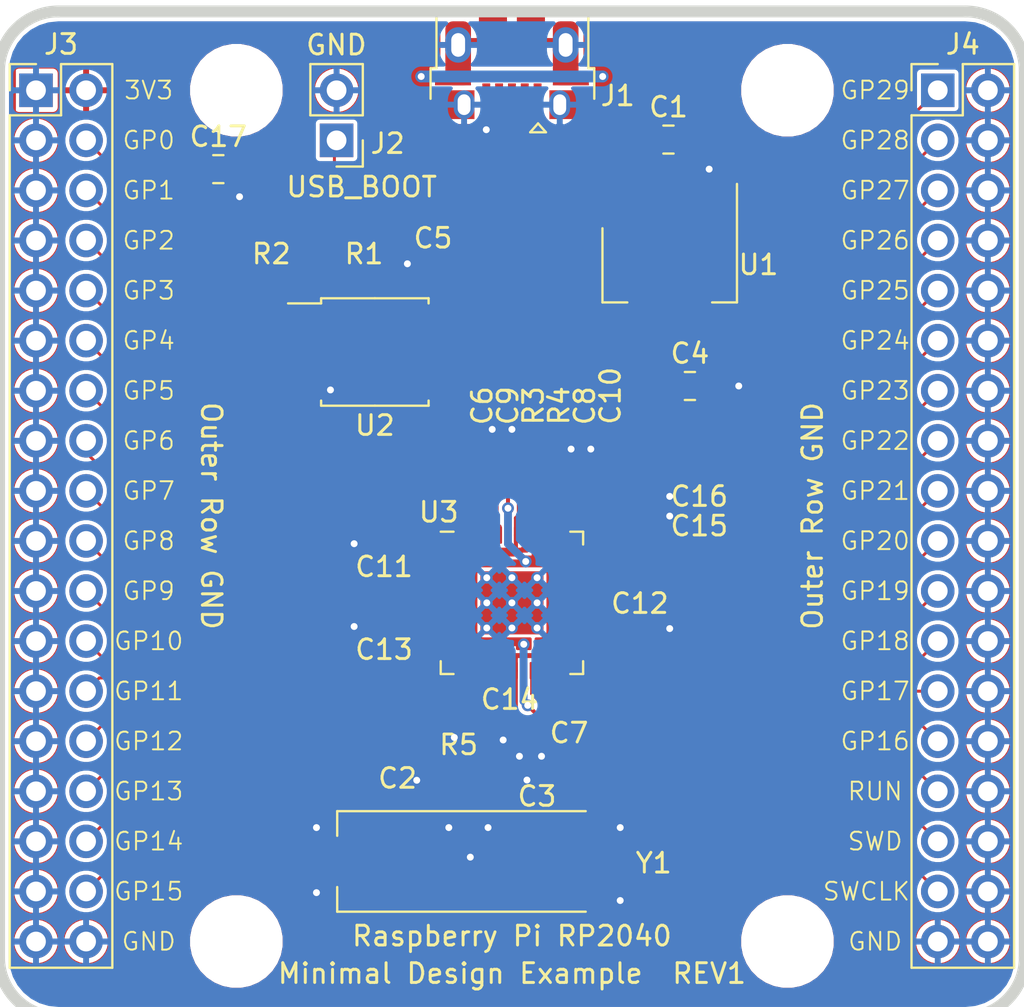
<source format=kicad_pcb>
(kicad_pcb (version 20171130) (host pcbnew "(5.1.6)-1")
  (title_block (title "RP2040 Minimal Design Example") (date 2020-07-13) (rev REV1) (company "Raspberry Pi (Trading) Ltd"))
  (layers (0 F.Cu signal) (31 B.Cu signal hide) (34 B.Paste user hide) (35 F.Paste user hide) (36 B.SilkS user hide) (37 F.SilkS user) (38 B.Mask user hide) (39 F.Mask user hide) (44 Edge.Cuts user hide))
  (net 0 "")
  (net 1 GND)
  (net 2 VBUS)
  (net 3 /XIN)
  (net 4 /XOUT)
  (net 5 +3V3)
  (net 6 +1V1)
  (net 7 "Net-(J1-Pad4)")
  (net 8 /~USB_BOOT)
  (net 9 /GPIO15)
  (net 10 /GPIO14)
  (net 11 /GPIO13)
  (net 12 /GPIO12)
  (net 13 /GPIO11)
  (net 14 /GPIO10)
  (net 15 /GPIO9)
  (net 16 /GPIO8)
  (net 17 /GPIO7)
  (net 18 /GPIO6)
  (net 19 /GPIO5)
  (net 20 /GPIO4)
  (net 21 /GPIO3)
  (net 22 /GPIO2)
  (net 23 /GPIO1)
  (net 24 /GPIO0)
  (net 25 /GPIO29_ADC3)
  (net 26 /GPIO28_ADC2)
  (net 27 /GPIO27_ADC1)
  (net 28 /GPIO26_ADC0)
  (net 29 /GPIO25)
  (net 30 /GPIO24)
  (net 31 /GPIO23)
  (net 32 /GPIO22)
  (net 33 /GPIO21)
  (net 34 /GPIO20)
  (net 35 /GPIO19)
  (net 36 /GPIO18)
  (net 37 /GPIO17)
  (net 38 /GPIO16)
  (net 39 /RUN)
  (net 40 /SWD)
  (net 41 /SWCLK)
  (net 42 /QSPI_SS)
  (net 43 "Net-(R3-Pad2)")
  (net 44 "Net-(R4-Pad2)")
  (net 45 /QSPI_SD3)
  (net 46 /QSPI_SCLK)
  (net 47 /QSPI_SD0)
  (net 48 /QSPI_SD2)
  (net 49 /QSPI_SD1)
  (net 50 /USB_D+)
  (net 51 /USB_D-)
  (net 52 "Net-(C3-Pad1)")
  (module Capacitor_SMD:C_0805_2012Metric (layer F.Cu) (at 85.115 78)
    (fp_text reference C17 (at 0 -1.65) (layer F.SilkS))
    (fp_text value 10u)
    (pad 2 smd roundrect (at 0.9375 0) (size 0.975 1.4) (layers F.Cu F.Paste F.Mask) (net 1 GND))
    (pad 1 smd roundrect (at -0.9375 0) (size 0.975 1.4) (layers F.Cu F.Paste F.Mask) (net 5 +3V3))
  )
  (module Capacitor_SMD:C_0805_2012Metric (layer F.Cu) (at 109.025 89)
    (fp_text reference C4 (at 0 -1.65) (layer F.SilkS))
    (fp_text value 10u)
    (pad 2 smd roundrect (at 0.9375 0) (size 0.975 1.4) (layers F.Cu F.Paste F.Mask) (net 1 GND))
    (pad 1 smd roundrect (at -0.9375 0) (size 0.975 1.4) (layers F.Cu F.Paste F.Mask) (net 5 +3V3))
  )
  (module RP2040_minimal:Crystal_SMD_HC49-US (layer F.Cu) (at 97.841 113.116)
    (fp_text reference Y1 (at 9.349 0.084) (layer F.SilkS))
    (fp_text value ABLS-12.000MHZ-B4-T)
    (pad 1 smd rect (at -4.5 0) (size 5.6 2.1) (layers F.Cu F.Paste F.Mask) (net 3 /XIN))
    (pad 2 smd rect (at 4.5 0) (size 5.6 2.1) (layers F.Cu F.Paste F.Mask) (net 52 "Net-(C3-Pad1)"))
  )
  (module RP2040_minimal:RP2040-QFN-56 (layer F.Cu) (at 100 100)
    (fp_text reference U3 (at -3.71 -4.6) (layer F.SilkS))
    (fp_text value RP2040)
    (pad 56 smd roundrect (at -2.6 -3.4375) (size 0.2 0.875) (layers F.Cu F.Paste F.Mask) (net 42 /QSPI_SS))
    (pad 55 smd roundrect (at -2.2 -3.4375) (size 0.2 0.875) (layers F.Cu F.Paste F.Mask) (net 49 /QSPI_SD1))
    (pad 54 smd roundrect (at -1.8 -3.4375) (size 0.2 0.875) (layers F.Cu F.Paste F.Mask) (net 48 /QSPI_SD2))
    (pad 53 smd roundrect (at -1.4 -3.4375) (size 0.2 0.875) (layers F.Cu F.Paste F.Mask) (net 47 /QSPI_SD0))
    (pad 52 smd roundrect (at -1 -3.4375) (size 0.2 0.875) (layers F.Cu F.Paste F.Mask) (net 46 /QSPI_SCLK))
    (pad 51 smd roundrect (at -0.6 -3.4375) (size 0.2 0.875) (layers F.Cu F.Paste F.Mask) (net 45 /QSPI_SD3))
    (pad 50 smd roundrect (at -0.2 -3.4375) (size 0.2 0.875) (layers F.Cu F.Paste F.Mask) (net 6 +1V1))
    (pad 49 smd roundrect (at 0.2 -3.4375) (size 0.2 0.875) (layers F.Cu F.Paste F.Mask) (net 5 +3V3))
    (pad 48 smd roundrect (at 0.6 -3.4375) (size 0.2 0.875) (layers F.Cu F.Paste F.Mask) (net 5 +3V3))
    (pad 47 smd roundrect (at 1 -3.4375) (size 0.2 0.875) (layers F.Cu F.Paste F.Mask) (net 43 "Net-(R3-Pad2)"))
    (pad 46 smd roundrect (at 1.4 -3.4375) (size 0.2 0.875) (layers F.Cu F.Paste F.Mask) (net 44 "Net-(R4-Pad2)"))
    (pad 45 smd roundrect (at 1.8 -3.4375) (size 0.2 0.875) (layers F.Cu F.Paste F.Mask) (net 6 +1V1))
    (pad 44 smd roundrect (at 2.2 -3.4375) (size 0.2 0.875) (layers F.Cu F.Paste F.Mask) (net 5 +3V3))
    (pad 43 smd roundrect (at 2.6 -3.4375) (size 0.2 0.875) (layers F.Cu F.Paste F.Mask) (net 5 +3V3))
    (pad 42 smd roundrect (at 3.4375 -2.6) (size 0.875 0.2) (layers F.Cu F.Paste F.Mask) (net 5 +3V3))
    (pad 41 smd roundrect (at 3.4375 -2.2) (size 0.875 0.2) (layers F.Cu F.Paste F.Mask) (net 25 /GPIO29_ADC3))
    (pad 40 smd roundrect (at 3.4375 -1.8) (size 0.875 0.2) (layers F.Cu F.Paste F.Mask) (net 26 /GPIO28_ADC2))
    (pad 39 smd roundrect (at 3.4375 -1.4) (size 0.875 0.2) (layers F.Cu F.Paste F.Mask) (net 27 /GPIO27_ADC1))
    (pad 38 smd roundrect (at 3.4375 -1) (size 0.875 0.2) (layers F.Cu F.Paste F.Mask) (net 28 /GPIO26_ADC0))
    (pad 37 smd roundrect (at 3.4375 -0.6) (size 0.875 0.2) (layers F.Cu F.Paste F.Mask) (net 29 /GPIO25))
    (pad 36 smd roundrect (at 3.4375 -0.2) (size 0.875 0.2) (layers F.Cu F.Paste F.Mask) (net 30 /GPIO24))
    (pad 35 smd roundrect (at 3.4375 0.2) (size 0.875 0.2) (layers F.Cu F.Paste F.Mask) (net 31 /GPIO23))
    (pad 34 smd roundrect (at 3.4375 0.6) (size 0.875 0.2) (layers F.Cu F.Paste F.Mask) (net 32 /GPIO22))
    (pad 33 smd roundrect (at 3.4375 1) (size 0.875 0.2) (layers F.Cu F.Paste F.Mask) (net 5 +3V3))
    (pad 32 smd roundrect (at 3.4375 1.4) (size 0.875 0.2) (layers F.Cu F.Paste F.Mask) (net 33 /GPIO21))
    (pad 31 smd roundrect (at 3.4375 1.8) (size 0.875 0.2) (layers F.Cu F.Paste F.Mask) (net 34 /GPIO20))
    (pad 30 smd roundrect (at 3.4375 2.2) (size 0.875 0.2) (layers F.Cu F.Paste F.Mask) (net 35 /GPIO19))
    (pad 29 smd roundrect (at 3.4375 2.6) (size 0.875 0.2) (layers F.Cu F.Paste F.Mask) (net 36 /GPIO18))
    (pad 28 smd roundrect (at 2.6 3.4375) (size 0.2 0.875) (layers F.Cu F.Paste F.Mask) (net 37 /GPIO17))
    (pad 27 smd roundrect (at 2.2 3.4375) (size 0.2 0.875) (layers F.Cu F.Paste F.Mask) (net 38 /GPIO16))
    (pad 26 smd roundrect (at 1.8 3.4375) (size 0.2 0.875) (layers F.Cu F.Paste F.Mask) (net 39 /RUN))
    (pad 25 smd roundrect (at 1.4 3.4375) (size 0.2 0.875) (layers F.Cu F.Paste F.Mask) (net 40 /SWD))
    (pad 24 smd roundrect (at 1 3.4375) (size 0.2 0.875) (layers F.Cu F.Paste F.Mask) (net 41 /SWCLK))
    (pad 23 smd roundrect (at 0.6 3.4375) (size 0.2 0.875) (layers F.Cu F.Paste F.Mask) (net 6 +1V1))
    (pad 22 smd roundrect (at 0.2 3.4375) (size 0.2 0.875) (layers F.Cu F.Paste F.Mask) (net 5 +3V3))
    (pad 21 smd roundrect (at -0.2 3.4375) (size 0.2 0.875) (layers F.Cu F.Paste F.Mask) (net 4 /XOUT))
    (pad 20 smd roundrect (at -0.6 3.4375) (size 0.2 0.875) (layers F.Cu F.Paste F.Mask) (net 3 /XIN))
    (pad 19 smd roundrect (at -1 3.4375) (size 0.2 0.875) (layers F.Cu F.Paste F.Mask) (net 1 GND))
    (pad 18 smd roundrect (at -1.4 3.4375) (size 0.2 0.875) (layers F.Cu F.Paste F.Mask) (net 9 /GPIO15))
    (pad 17 smd roundrect (at -1.8 3.4375) (size 0.2 0.875) (layers F.Cu F.Paste F.Mask) (net 10 /GPIO14))
    (pad 16 smd roundrect (at -2.2 3.4375) (size 0.2 0.875) (layers F.Cu F.Paste F.Mask) (net 11 /GPIO13))
    (pad 15 smd roundrect (at -2.6 3.4375) (size 0.2 0.875) (layers F.Cu F.Paste F.Mask) (net 12 /GPIO12))
    (pad 14 smd roundrect (at -3.4375 2.6) (size 0.875 0.2) (layers F.Cu F.Paste F.Mask) (net 13 /GPIO11))
    (pad 13 smd roundrect (at -3.4375 2.2) (size 0.875 0.2) (layers F.Cu F.Paste F.Mask) (net 14 /GPIO10))
    (pad 12 smd roundrect (at -3.4375 1.8) (size 0.875 0.2) (layers F.Cu F.Paste F.Mask) (net 15 /GPIO9))
    (pad 11 smd roundrect (at -3.4375 1.4) (size 0.875 0.2) (layers F.Cu F.Paste F.Mask) (net 16 /GPIO8))
    (pad 10 smd roundrect (at -3.4375 1) (size 0.875 0.2) (layers F.Cu F.Paste F.Mask) (net 5 +3V3))
    (pad 9 smd roundrect (at -3.4375 0.6) (size 0.875 0.2) (layers F.Cu F.Paste F.Mask) (net 17 /GPIO7))
    (pad 8 smd roundrect (at -3.4375 0.2) (size 0.875 0.2) (layers F.Cu F.Paste F.Mask) (net 18 /GPIO6))
    (pad 7 smd roundrect (at -3.4375 -0.2) (size 0.875 0.2) (layers F.Cu F.Paste F.Mask) (net 19 /GPIO5))
    (pad 6 smd roundrect (at -3.4375 -0.6) (size 0.875 0.2) (layers F.Cu F.Paste F.Mask) (net 20 /GPIO4))
    (pad 5 smd roundrect (at -3.4375 -1) (size 0.875 0.2) (layers F.Cu F.Paste F.Mask) (net 21 /GPIO3))
    (pad 4 smd roundrect (at -3.4375 -1.4) (size 0.875 0.2) (layers F.Cu F.Paste F.Mask) (net 22 /GPIO2))
    (pad 3 smd roundrect (at -3.4375 -1.8) (size 0.875 0.2) (layers F.Cu F.Paste F.Mask) (net 23 /GPIO1))
    (pad 2 smd roundrect (at -3.4375 -2.2) (size 0.875 0.2) (layers F.Cu F.Paste F.Mask) (net 24 /GPIO0))
    (pad 1 smd roundrect (at -3.4375 -2.6) (size 0.875 0.2) (layers F.Cu F.Paste F.Mask) (net 5 +3V3))
    (pad 57 thru_hole circle (at 1.275 1.275) (size 0.6 0.6) (drill 0.35) (layers *.Cu) (net 1 GND))
    (pad 57 thru_hole circle (at 0 1.275) (size 0.6 0.6) (drill 0.35) (layers *.Cu) (net 1 GND))
    (pad 57 thru_hole circle (at -1.275 1.275) (size 0.6 0.6) (drill 0.35) (layers *.Cu) (net 1 GND))
    (pad 57 thru_hole circle (at 1.275 0) (size 0.6 0.6) (drill 0.35) (layers *.Cu) (net 1 GND))
    (pad 57 thru_hole circle (at 0 0) (size 0.6 0.6) (drill 0.35) (layers *.Cu) (net 1 GND))
    (pad 57 thru_hole circle (at -1.275 0) (size 0.6 0.6) (drill 0.35) (layers *.Cu) (net 1 GND))
    (pad 57 thru_hole circle (at 1.275 -1.275) (size 0.6 0.6) (drill 0.35) (layers *.Cu) (net 1 GND))
    (pad 57 thru_hole circle (at 0 -1.275) (size 0.6 0.6) (drill 0.35) (layers *.Cu) (net 1 GND))
    (pad 57 thru_hole circle (at -1.275 -1.275) (size 0.6 0.6) (drill 0.35) (layers *.Cu) (net 1 GND))
    (pad 57 smd roundrect (at 0 0) (size 3.2 3.2) (layers F.Cu F.Mask) (roundrect_rratio 0.045) (net 1 GND))
  )
  (module RP2040_minimal:USB_Micro-B_Amphenol_10103594-0001LF_Horizontal_modified (layer F.Cu) (at 100 71.7 180)
    (fp_text reference J1 (at -5.365 -2.58 180) (layer F.SilkS))
    (fp_text value USB_B_Micro)
    (pad 6 thru_hole oval (at 2.425 -3.03 270) (size 1.45 1.05) (drill oval 1.05 0.65) (layers *.Cu *.Mask) (net 1 GND))
    (pad 6 smd rect (at 2.9875 -1.7 180) (size 1.825 0.7) (layers F.Cu F.Paste F.Mask) (net 1 GND))
    (pad 6 smd roundrect (at 2.725 -0.425 180) (size 1.3 3.25) (layers F.Cu F.Paste F.Mask) (roundrect_rratio 0.296) (net 1 GND))
    (pad 6 smd roundrect (at -2.725 -0.425 180) (size 1.3 3.25) (layers F.Cu F.Paste F.Mask) (roundrect_rratio 0.296) (net 1 GND))
    (pad 6 smd rect (at -2.9875 -1.7 180) (size 1.825 0.7) (layers F.Cu F.Paste F.Mask) (net 1 GND))
    (pad 6 smd rect (at -2.9 -3.03 180) (size 2 1.46) (layers F.Cu F.Paste F.Mask) (net 1 GND))
    (pad 6 smd rect (at 2.9 -3.03 180) (size 2 1.46) (layers F.Cu F.Paste F.Mask) (net 1 GND))
    (pad 1 smd rect (at -1.3 -2.825 270) (size 1.75 0.4) (layers F.Cu F.Paste F.Mask) (net 2 VBUS))
    (pad 2 smd rect (at -0.65 -2.825 270) (size 1.75 0.4) (layers F.Cu F.Paste F.Mask) (net 51 /USB_D-))
    (pad 3 smd rect (at 0 -2.825 270) (size 1.75 0.4) (layers F.Cu F.Paste F.Mask) (net 50 /USB_D+))
    (pad 4 smd rect (at 0.65 -2.825 270) (size 1.75 0.4) (layers F.Cu F.Paste F.Mask) (net 7 "Net-(J1-Pad4)"))
    (pad 5 smd rect (at 1.3 -2.825 270) (size 1.75 0.4) (layers F.Cu F.Paste F.Mask) (net 1 GND))
    (pad 6 thru_hole oval (at -2.425 -3.03 270) (size 1.45 1.05) (drill oval 1.05 0.65) (layers *.Cu *.Mask) (net 1 GND))
    (pad 6 thru_hole oval (at -2.725 0 270) (size 1.8 1.3) (drill oval 1.2 0.7) (layers *.Cu *.Mask) (net 1 GND))
    (pad 6 thru_hole oval (at 2.725 0 270) (size 1.8 1.3) (drill oval 1.2 0.7) (layers *.Cu *.Mask) (net 1 GND))
    (pad 6 smd rect (at -0.9625 0.25 270) (size 2.5 1.425) (layers F.Cu F.Paste F.Mask) (net 1 GND))
    (pad 6 smd rect (at 0.9625 0.25 270) (size 2.5 1.425) (layers F.Cu F.Paste F.Mask) (net 1 GND))
  )
  (module Capacitor_SMD:C_0402_1005Metric (layer F.Cu) (at 98.7 107.115 270)
    (fp_text reference R5 (at 0.085 1.4 180) (layer F.SilkS))
    (fp_text value 1k)
    (pad 2 smd roundrect (at 0.485 0 270) (size 0.59 0.64) (layers F.Cu F.Paste F.Mask) (net 52 "Net-(C3-Pad1)"))
    (pad 1 smd roundrect (at -0.485 0 270) (size 0.59 0.64) (layers F.Cu F.Paste F.Mask) (net 4 /XOUT))
  )
  (module MountingHole:MountingHole_2.7mm_M2.5 (layer F.Cu) (at 86.03 117.18)
    (fp_text reference H4 hide)
    (fp_text value MountingHole)
    (pad "" np_thru_hole circle (at 0 0) (size 2.7 2.7) (drill 2.7) (layers *.Cu *.Mask) (clearance 1))
  )
  (module MountingHole:MountingHole_2.7mm_M2.5 (layer F.Cu) (at 113.97 117.18)
    (fp_text reference H3 hide)
    (fp_text value MountingHole)
    (pad "" np_thru_hole circle (at 0 0) (size 2.7 2.7) (drill 2.7) (layers *.Cu *.Mask) (clearance 1))
  )
  (module MountingHole:MountingHole_2.7mm_M2.5 (layer F.Cu) (at 113.97 74)
    (fp_text reference H2 hide)
    (fp_text value MountingHole)
    (pad "" np_thru_hole circle (at 0 0) (size 2.7 2.7) (drill 2.7) (layers *.Cu *.Mask) (clearance 1))
  )
  (module MountingHole:MountingHole_2.7mm_M2.5 (layer F.Cu) (at 86.03 74)
    (fp_text reference H1 hide)
    (fp_text value MountingHole)
    (pad "" np_thru_hole circle (at 0 0) (size 2.7 2.7) (drill 2.7) (layers *.Cu *.Mask) (clearance 1))
  )
  (module Capacitor_SMD:C_0402_1005Metric (layer F.Cu) (at 102 93.515 270)
    (fp_text reference R4 (at -3.515 -0.39 90) (layer F.SilkS))
    (fp_text value 27)
    (pad 2 smd roundrect (at 0.485 0 270) (size 0.59 0.64) (layers F.Cu F.Paste F.Mask) (net 44 "Net-(R4-Pad2)"))
    (pad 1 smd roundrect (at -0.485 0 270) (size 0.59 0.64) (layers F.Cu F.Paste F.Mask) (net 51 /USB_D-))
  )
  (module Capacitor_SMD:C_0402_1005Metric (layer F.Cu) (at 101 93.515 270)
    (fp_text reference R3 (at -3.515 -0.09 90) (layer F.SilkS))
    (fp_text value 27)
    (pad 2 smd roundrect (at 0.485 0 270) (size 0.59 0.64) (layers F.Cu F.Paste F.Mask) (net 43 "Net-(R3-Pad2)"))
    (pad 1 smd roundrect (at -0.485 0 270) (size 0.59 0.64) (layers F.Cu F.Paste F.Mask) (net 50 /USB_D+))
  )
  (module Capacitor_SMD:C_0402_1005Metric (layer F.Cu) (at 89.5 82.315 270)
    (fp_text reference R2 (at -0.015 1.7 180) (layer F.SilkS))
    (fp_text value DNF)
    (pad 2 smd roundrect (at 0.485 0 270) (size 0.59 0.64) (layers F.Cu F.Paste F.Mask) (net 42 /QSPI_SS))
    (pad 1 smd roundrect (at -0.485 0 270) (size 0.59 0.64) (layers F.Cu F.Paste F.Mask) (net 5 +3V3))
  )
  (module Capacitor_SMD:C_0402_1005Metric (layer F.Cu) (at 91 82.315 90)
    (fp_text reference R1 (at 0.015 1.5 180) (layer F.SilkS))
    (fp_text value 1k)
    (pad 2 smd roundrect (at 0.485 0 90) (size 0.59 0.64) (layers F.Cu F.Paste F.Mask) (net 8 /~USB_BOOT))
    (pad 1 smd roundrect (at -0.485 0 90) (size 0.59 0.64) (layers F.Cu F.Paste F.Mask) (net 42 /QSPI_SS))
  )
  (module Capacitor_SMD:C_0402_1005Metric (layer F.Cu) (at 106.485 94.6)
    (fp_text reference C16 (at 3.015 0) (layer F.SilkS))
    (fp_text value 100n)
    (pad 2 smd roundrect (at 0.485 0) (size 0.59 0.64) (layers F.Cu F.Paste F.Mask) (net 1 GND))
    (pad 1 smd roundrect (at -0.485 0) (size 0.59 0.64) (layers F.Cu F.Paste F.Mask) (net 5 +3V3))
  )
  (module Capacitor_SMD:C_0402_1005Metric (layer F.Cu) (at 106.485 96)
    (fp_text reference C15 (at 3.015 0.1) (layer F.SilkS))
    (fp_text value 100n)
    (pad 2 smd roundrect (at 0.485 0) (size 0.59 0.64) (layers F.Cu F.Paste F.Mask) (net 1 GND))
    (pad 1 smd roundrect (at -0.485 0) (size 0.59 0.64) (layers F.Cu F.Paste F.Mask) (net 5 +3V3))
  )
  (module Capacitor_SMD:C_0402_1005Metric (layer F.Cu) (at 100.381 106.485 270)
    (fp_text reference C14 (at -1.585 0.5 180) (layer F.SilkS))
    (fp_text value 100n)
    (pad 2 smd roundrect (at 0.485 0 270) (size 0.59 0.64) (layers F.Cu F.Paste F.Mask) (net 1 GND))
    (pad 1 smd roundrect (at -0.485 0 270) (size 0.59 0.64) (layers F.Cu F.Paste F.Mask) (net 5 +3V3))
  )
  (module Capacitor_SMD:C_0402_1005Metric (layer F.Cu) (at 93.515 101.2 180)
    (fp_text reference C13 (at 0 -1.17) (layer F.SilkS))
    (fp_text value 100n)
    (pad 2 smd roundrect (at 0.485 0 180) (size 0.59 0.64) (layers F.Cu F.Paste F.Mask) (net 1 GND))
    (pad 1 smd roundrect (at -0.485 0 180) (size 0.59 0.64) (layers F.Cu F.Paste F.Mask) (net 5 +3V3))
  )
  (module Capacitor_SMD:C_0402_1005Metric (layer F.Cu) (at 106.485 101.2)
    (fp_text reference C12 (at 0 -1.17) (layer F.SilkS))
    (fp_text value 100n)
    (pad 2 smd roundrect (at 0.485 0) (size 0.59 0.64) (layers F.Cu F.Paste F.Mask) (net 1 GND))
    (pad 1 smd roundrect (at -0.485 0) (size 0.59 0.64) (layers F.Cu F.Paste F.Mask) (net 5 +3V3))
  )
  (module Capacitor_SMD:C_0402_1005Metric (layer F.Cu) (at 93.515 97 180)
    (fp_text reference C11 (at 0 -1.17) (layer F.SilkS))
    (fp_text value 100n)
    (pad 2 smd roundrect (at 0.485 0 180) (size 0.59 0.64) (layers F.Cu F.Paste F.Mask) (net 1 GND))
    (pad 1 smd roundrect (at -0.485 0 180) (size 0.59 0.64) (layers F.Cu F.Paste F.Mask) (net 5 +3V3))
  )
  (module Capacitor_SMD:C_0402_1005Metric (layer F.Cu) (at 104 93.515 90)
    (fp_text reference C10 (at 4.015 0.99 90) (layer F.SilkS))
    (fp_text value 1u)
    (pad 2 smd roundrect (at 0.485 0 90) (size 0.59 0.64) (layers F.Cu F.Paste F.Mask) (net 1 GND))
    (pad 1 smd roundrect (at -0.485 0 90) (size 0.59 0.64) (layers F.Cu F.Paste F.Mask) (net 5 +3V3))
  )
  (module Capacitor_SMD:C_0402_1005Metric (layer F.Cu) (at 100 92.515 90)
    (fp_text reference C9 (at 2.515 -0.2 270) (layer F.SilkS))
    (fp_text value 100n)
    (pad 2 smd roundrect (at 0.485 0 90) (size 0.59 0.64) (layers F.Cu F.Paste F.Mask) (net 1 GND))
    (pad 1 smd roundrect (at -0.485 0 90) (size 0.59 0.64) (layers F.Cu F.Paste F.Mask) (net 5 +3V3))
  )
  (module Capacitor_SMD:C_0402_1005Metric (layer F.Cu) (at 103 93.515 90)
    (fp_text reference C8 (at 3.515 0.69 90) (layer F.SilkS))
    (fp_text value 1u)
    (pad 2 smd roundrect (at 0.485 0 90) (size 0.59 0.64) (layers F.Cu F.Paste F.Mask) (net 1 GND))
    (pad 1 smd roundrect (at -0.485 0 90) (size 0.59 0.64) (layers F.Cu F.Paste F.Mask) (net 6 +1V1))
  )
  (module Capacitor_SMD:C_0402_1005Metric (layer F.Cu) (at 101.5 106.485 270)
    (fp_text reference C7 (at 0.115 -1.4 180) (layer F.SilkS))
    (fp_text value 100n)
    (pad 2 smd roundrect (at 0.485 0 270) (size 0.59 0.64) (layers F.Cu F.Paste F.Mask) (net 1 GND))
    (pad 1 smd roundrect (at -0.485 0 270) (size 0.59 0.64) (layers F.Cu F.Paste F.Mask) (net 6 +1V1))
  )
  (module Capacitor_SMD:C_0402_1005Metric (layer F.Cu) (at 99 92.515 90)
    (fp_text reference C6 (at 2.515 -0.51 90) (layer F.SilkS))
    (fp_text value 100n)
    (pad 2 smd roundrect (at 0.485 0 90) (size 0.59 0.64) (layers F.Cu F.Paste F.Mask) (net 1 GND))
    (pad 1 smd roundrect (at -0.485 0 90) (size 0.59 0.64) (layers F.Cu F.Paste F.Mask) (net 6 +1V1))
  )
  (module Capacitor_SMD:C_0402_1005Metric (layer F.Cu) (at 96.185 82.83 180)
    (fp_text reference C5 (at 0.185 1.33) (layer F.SilkS))
    (fp_text value 100n)
    (pad 2 smd roundrect (at 0.485 0 180) (size 0.59 0.64) (layers F.Cu F.Paste F.Mask) (net 1 GND))
    (pad 1 smd roundrect (at -0.485 0 180) (size 0.59 0.64) (layers F.Cu F.Paste F.Mask) (net 5 +3V3))
  )
  (module Capacitor_SMD:C_0402_1005Metric (layer F.Cu) (at 99.485 109)
    (fp_text reference C3 (at 1.785 0.814) (layer F.SilkS))
    (fp_text value 27p)
    (pad 2 smd roundrect (at 0.485 0) (size 0.59 0.64) (layers F.Cu F.Paste F.Mask) (net 1 GND))
    (pad 1 smd roundrect (at -0.485 0) (size 0.59 0.64) (layers F.Cu F.Paste F.Mask) (net 52 "Net-(C3-Pad1)"))
  )
  (module Capacitor_SMD:C_0402_1005Metric (layer F.Cu) (at 96.515 109 180)
    (fp_text reference C2 (at 2.315 0.1) (layer F.SilkS))
    (fp_text value 27p)
    (pad 2 smd roundrect (at 0.485 0 180) (size 0.59 0.64) (layers F.Cu F.Paste F.Mask) (net 1 GND))
    (pad 1 smd roundrect (at -0.485 0 180) (size 0.59 0.64) (layers F.Cu F.Paste F.Mask) (net 3 /XIN))
  )
  (module Capacitor_SMD:C_0805_2012Metric (layer F.Cu) (at 107.9375 76.5)
    (fp_text reference C1 (at 0 -1.65) (layer F.SilkS))
    (fp_text value 10u)
    (pad 2 smd roundrect (at 0.9375 0) (size 0.975 1.4) (layers F.Cu F.Paste F.Mask) (net 1 GND))
    (pad 1 smd roundrect (at -0.9375 0) (size 0.975 1.4) (layers F.Cu F.Paste F.Mask) (net 2 VBUS))
  )
  (module Package_SO:SOIC-8_5.23x5.23mm_P1.27mm (layer F.Cu) (at 93.05 87.275)
    (fp_text reference U2 (at 0 3.725) (layer F.SilkS))
    (fp_text value W25Q128JVS)
    (pad 8 smd roundrect (at 3.6 -1.905) (size 1.6 0.6) (layers F.Cu F.Paste F.Mask) (net 5 +3V3))
    (pad 7 smd roundrect (at 3.6 -0.635) (size 1.6 0.6) (layers F.Cu F.Paste F.Mask) (net 45 /QSPI_SD3))
    (pad 6 smd roundrect (at 3.6 0.635) (size 1.6 0.6) (layers F.Cu F.Paste F.Mask) (net 46 /QSPI_SCLK))
    (pad 5 smd roundrect (at 3.6 1.905) (size 1.6 0.6) (layers F.Cu F.Paste F.Mask) (net 47 /QSPI_SD0))
    (pad 4 smd roundrect (at -3.6 1.905) (size 1.6 0.6) (layers F.Cu F.Paste F.Mask) (net 1 GND))
    (pad 3 smd roundrect (at -3.6 0.635) (size 1.6 0.6) (layers F.Cu F.Paste F.Mask) (net 48 /QSPI_SD2))
    (pad 2 smd roundrect (at -3.6 -0.635) (size 1.6 0.6) (layers F.Cu F.Paste F.Mask) (net 49 /QSPI_SD1))
    (pad 1 smd roundrect (at -3.6 -1.905) (size 1.6 0.6) (layers F.Cu F.Paste F.Mask) (net 42 /QSPI_SS))
  )
  (module Package_TO_SOT_SMD:SOT-223-3_TabPin2 (layer F.Cu) (at 108 82.85 270)
    (fp_text reference U1 (at 0 -4.5 180) (layer F.SilkS))
    (fp_text value NCP1117-3.3_SOT223)
    (pad 1 smd rect (at -3.15 -2.3 270) (size 2 1.5) (layers F.Cu F.Paste F.Mask) (net 1 GND))
    (pad 3 smd rect (at -3.15 2.3 270) (size 2 1.5) (layers F.Cu F.Paste F.Mask) (net 2 VBUS))
    (pad 2 smd rect (at -3.15 0 270) (size 2 1.5) (layers F.Cu F.Paste F.Mask) (net 5 +3V3))
    (pad 2 smd rect (at 3.15 0 270) (size 2 3.8) (layers F.Cu F.Paste F.Mask) (net 5 +3V3))
  )
  (module Connector_PinHeader_2.54mm:PinHeader_2x18_P2.54mm_Vertical (layer F.Cu) (at 121.59 74)
    (fp_text reference J4 (at 1.27 -2.33) (layer F.SilkS))
    (fp_text value Conn_02x18_Odd_Even)
    (pad 36 thru_hole oval (at 2.54 43.18) (size 1.7 1.7) (drill 1) (layers *.Cu *.Mask) (net 1 GND))
    (pad 35 thru_hole oval (at 0 43.18) (size 1.7 1.7) (drill 1) (layers *.Cu *.Mask) (net 1 GND))
    (pad 34 thru_hole oval (at 2.54 40.64) (size 1.7 1.7) (drill 1) (layers *.Cu *.Mask) (net 1 GND))
    (pad 33 thru_hole oval (at 0 40.64) (size 1.7 1.7) (drill 1) (layers *.Cu *.Mask) (net 41 /SWCLK))
    (pad 32 thru_hole oval (at 2.54 38.1) (size 1.7 1.7) (drill 1) (layers *.Cu *.Mask) (net 1 GND))
    (pad 31 thru_hole oval (at 0 38.1) (size 1.7 1.7) (drill 1) (layers *.Cu *.Mask) (net 40 /SWD))
    (pad 30 thru_hole oval (at 2.54 35.56) (size 1.7 1.7) (drill 1) (layers *.Cu *.Mask) (net 1 GND))
    (pad 29 thru_hole oval (at 0 35.56) (size 1.7 1.7) (drill 1) (layers *.Cu *.Mask) (net 39 /RUN))
    (pad 28 thru_hole oval (at 2.54 33.02) (size 1.7 1.7) (drill 1) (layers *.Cu *.Mask) (net 1 GND))
    (pad 27 thru_hole oval (at 0 33.02) (size 1.7 1.7) (drill 1) (layers *.Cu *.Mask) (net 38 /GPIO16))
    (pad 26 thru_hole oval (at 2.54 30.48) (size 1.7 1.7) (drill 1) (layers *.Cu *.Mask) (net 1 GND))
    (pad 25 thru_hole oval (at 0 30.48) (size 1.7 1.7) (drill 1) (layers *.Cu *.Mask) (net 37 /GPIO17))
    (pad 24 thru_hole oval (at 2.54 27.94) (size 1.7 1.7) (drill 1) (layers *.Cu *.Mask) (net 1 GND))
    (pad 23 thru_hole oval (at 0 27.94) (size 1.7 1.7) (drill 1) (layers *.Cu *.Mask) (net 36 /GPIO18))
    (pad 22 thru_hole oval (at 2.54 25.4) (size 1.7 1.7) (drill 1) (layers *.Cu *.Mask) (net 1 GND))
    (pad 21 thru_hole oval (at 0 25.4) (size 1.7 1.7) (drill 1) (layers *.Cu *.Mask) (net 35 /GPIO19))
    (pad 20 thru_hole oval (at 2.54 22.86) (size 1.7 1.7) (drill 1) (layers *.Cu *.Mask) (net 1 GND))
    (pad 19 thru_hole oval (at 0 22.86) (size 1.7 1.7) (drill 1) (layers *.Cu *.Mask) (net 34 /GPIO20))
    (pad 18 thru_hole oval (at 2.54 20.32) (size 1.7 1.7) (drill 1) (layers *.Cu *.Mask) (net 1 GND))
    (pad 17 thru_hole oval (at 0 20.32) (size 1.7 1.7) (drill 1) (layers *.Cu *.Mask) (net 33 /GPIO21))
    (pad 16 thru_hole oval (at 2.54 17.78) (size 1.7 1.7) (drill 1) (layers *.Cu *.Mask) (net 1 GND))
    (pad 15 thru_hole oval (at 0 17.78) (size 1.7 1.7) (drill 1) (layers *.Cu *.Mask) (net 32 /GPIO22))
    (pad 14 thru_hole oval (at 2.54 15.24) (size 1.7 1.7) (drill 1) (layers *.Cu *.Mask) (net 1 GND))
    (pad 13 thru_hole oval (at 0 15.24) (size 1.7 1.7) (drill 1) (layers *.Cu *.Mask) (net 31 /GPIO23))
    (pad 12 thru_hole oval (at 2.54 12.7) (size 1.7 1.7) (drill 1) (layers *.Cu *.Mask) (net 1 GND))
    (pad 11 thru_hole oval (at 0 12.7) (size 1.7 1.7) (drill 1) (layers *.Cu *.Mask) (net 30 /GPIO24))
    (pad 10 thru_hole oval (at 2.54 10.16) (size 1.7 1.7) (drill 1) (layers *.Cu *.Mask) (net 1 GND))
    (pad 9 thru_hole oval (at 0 10.16) (size 1.7 1.7) (drill 1) (layers *.Cu *.Mask) (net 29 /GPIO25))
    (pad 8 thru_hole oval (at 2.54 7.62) (size 1.7 1.7) (drill 1) (layers *.Cu *.Mask) (net 1 GND))
    (pad 7 thru_hole oval (at 0 7.62) (size 1.7 1.7) (drill 1) (layers *.Cu *.Mask) (net 28 /GPIO26_ADC0))
    (pad 6 thru_hole oval (at 2.54 5.08) (size 1.7 1.7) (drill 1) (layers *.Cu *.Mask) (net 1 GND))
    (pad 5 thru_hole oval (at 0 5.08) (size 1.7 1.7) (drill 1) (layers *.Cu *.Mask) (net 27 /GPIO27_ADC1))
    (pad 4 thru_hole oval (at 2.54 2.54) (size 1.7 1.7) (drill 1) (layers *.Cu *.Mask) (net 1 GND))
    (pad 3 thru_hole oval (at 0 2.54) (size 1.7 1.7) (drill 1) (layers *.Cu *.Mask) (net 26 /GPIO28_ADC2))
    (pad 2 thru_hole oval (at 2.54 0) (size 1.7 1.7) (drill 1) (layers *.Cu *.Mask) (net 1 GND))
    (pad 1 thru_hole rect (at 0 0) (size 1.7 1.7) (drill 1) (layers *.Cu *.Mask) (net 25 /GPIO29_ADC3))
  )
  (module Connector_PinHeader_2.54mm:PinHeader_2x18_P2.54mm_Vertical (layer F.Cu) (at 75.87 74)
    (fp_text reference J3 (at 1.27 -2.33) (layer F.SilkS))
    (fp_text value Conn_02x18_Odd_Even)
    (pad 36 thru_hole oval (at 2.54 43.18) (size 1.7 1.7) (drill 1) (layers *.Cu *.Mask) (net 1 GND))
    (pad 35 thru_hole oval (at 0 43.18) (size 1.7 1.7) (drill 1) (layers *.Cu *.Mask) (net 1 GND))
    (pad 34 thru_hole oval (at 2.54 40.64) (size 1.7 1.7) (drill 1) (layers *.Cu *.Mask) (net 9 /GPIO15))
    (pad 33 thru_hole oval (at 0 40.64) (size 1.7 1.7) (drill 1) (layers *.Cu *.Mask) (net 1 GND))
    (pad 32 thru_hole oval (at 2.54 38.1) (size 1.7 1.7) (drill 1) (layers *.Cu *.Mask) (net 10 /GPIO14))
    (pad 31 thru_hole oval (at 0 38.1) (size 1.7 1.7) (drill 1) (layers *.Cu *.Mask) (net 1 GND))
    (pad 30 thru_hole oval (at 2.54 35.56) (size 1.7 1.7) (drill 1) (layers *.Cu *.Mask) (net 11 /GPIO13))
    (pad 29 thru_hole oval (at 0 35.56) (size 1.7 1.7) (drill 1) (layers *.Cu *.Mask) (net 1 GND))
    (pad 28 thru_hole oval (at 2.54 33.02) (size 1.7 1.7) (drill 1) (layers *.Cu *.Mask) (net 12 /GPIO12))
    (pad 27 thru_hole oval (at 0 33.02) (size 1.7 1.7) (drill 1) (layers *.Cu *.Mask) (net 1 GND))
    (pad 26 thru_hole oval (at 2.54 30.48) (size 1.7 1.7) (drill 1) (layers *.Cu *.Mask) (net 13 /GPIO11))
    (pad 25 thru_hole oval (at 0 30.48) (size 1.7 1.7) (drill 1) (layers *.Cu *.Mask) (net 1 GND))
    (pad 24 thru_hole oval (at 2.54 27.94) (size 1.7 1.7) (drill 1) (layers *.Cu *.Mask) (net 14 /GPIO10))
    (pad 23 thru_hole oval (at 0 27.94) (size 1.7 1.7) (drill 1) (layers *.Cu *.Mask) (net 1 GND))
    (pad 22 thru_hole oval (at 2.54 25.4) (size 1.7 1.7) (drill 1) (layers *.Cu *.Mask) (net 15 /GPIO9))
    (pad 21 thru_hole oval (at 0 25.4) (size 1.7 1.7) (drill 1) (layers *.Cu *.Mask) (net 1 GND))
    (pad 20 thru_hole oval (at 2.54 22.86) (size 1.7 1.7) (drill 1) (layers *.Cu *.Mask) (net 16 /GPIO8))
    (pad 19 thru_hole oval (at 0 22.86) (size 1.7 1.7) (drill 1) (layers *.Cu *.Mask) (net 1 GND))
    (pad 18 thru_hole oval (at 2.54 20.32) (size 1.7 1.7) (drill 1) (layers *.Cu *.Mask) (net 17 /GPIO7))
    (pad 17 thru_hole oval (at 0 20.32) (size 1.7 1.7) (drill 1) (layers *.Cu *.Mask) (net 1 GND))
    (pad 16 thru_hole oval (at 2.54 17.78) (size 1.7 1.7) (drill 1) (layers *.Cu *.Mask) (net 18 /GPIO6))
    (pad 15 thru_hole oval (at 0 17.78) (size 1.7 1.7) (drill 1) (layers *.Cu *.Mask) (net 1 GND))
    (pad 14 thru_hole oval (at 2.54 15.24) (size 1.7 1.7) (drill 1) (layers *.Cu *.Mask) (net 19 /GPIO5))
    (pad 13 thru_hole oval (at 0 15.24) (size 1.7 1.7) (drill 1) (layers *.Cu *.Mask) (net 1 GND))
    (pad 12 thru_hole oval (at 2.54 12.7) (size 1.7 1.7) (drill 1) (layers *.Cu *.Mask) (net 20 /GPIO4))
    (pad 11 thru_hole oval (at 0 12.7) (size 1.7 1.7) (drill 1) (layers *.Cu *.Mask) (net 1 GND))
    (pad 10 thru_hole oval (at 2.54 10.16) (size 1.7 1.7) (drill 1) (layers *.Cu *.Mask) (net 21 /GPIO3))
    (pad 9 thru_hole oval (at 0 10.16) (size 1.7 1.7) (drill 1) (layers *.Cu *.Mask) (net 1 GND))
    (pad 8 thru_hole oval (at 2.54 7.62) (size 1.7 1.7) (drill 1) (layers *.Cu *.Mask) (net 22 /GPIO2))
    (pad 7 thru_hole oval (at 0 7.62) (size 1.7 1.7) (drill 1) (layers *.Cu *.Mask) (net 1 GND))
    (pad 6 thru_hole oval (at 2.54 5.08) (size 1.7 1.7) (drill 1) (layers *.Cu *.Mask) (net 23 /GPIO1))
    (pad 5 thru_hole oval (at 0 5.08) (size 1.7 1.7) (drill 1) (layers *.Cu *.Mask) (net 1 GND))
    (pad 4 thru_hole oval (at 2.54 2.54) (size 1.7 1.7) (drill 1) (layers *.Cu *.Mask) (net 24 /GPIO0))
    (pad 3 thru_hole oval (at 0 2.54) (size 1.7 1.7) (drill 1) (layers *.Cu *.Mask) (net 1 GND))
    (pad 2 thru_hole oval (at 2.54 0) (size 1.7 1.7) (drill 1) (layers *.Cu *.Mask) (net 5 +3V3))
    (pad 1 thru_hole rect (at 0 0) (size 1.7 1.7) (drill 1) (layers *.Cu *.Mask) (net 1 GND))
  )
  (module Connector_PinHeader_2.54mm:PinHeader_1x02_P2.54mm_Vertical (layer F.Cu) (at 91.11 76.54 180)
    (fp_text reference J2 (at -2.59 -0.16) (layer F.SilkS))
    (fp_text value Conn_01x02)
    (pad 2 thru_hole oval (at 0 2.54 180) (size 1.7 1.7) (drill 1) (layers *.Cu *.Mask) (net 1 GND))
    (pad 1 thru_hole rect (at 0 0 180) (size 1.7 1.7) (drill 1) (layers *.Cu *.Mask) (net 8 /~USB_BOOT))
  )
  (gr_text "Outer Row GND" (at 115.24 95.59 90) (layer F.SilkS) (effects (font (size 1 1))))
  (gr_text "Outer Row GND" (at 84.76 95.59 270) (layer F.SilkS) (effects (font (size 1 1))))
  (gr_text GP29 (at 118.415 74) (layer F.SilkS) (effects (font (size 0.9 0.9) (thickness 0.1))))
  (gr_text GND (at 118.415 117.18) (layer F.SilkS) (effects (font (size 0.9 0.9) (thickness 0.1))))
  (gr_text GND (at 81.585 117.18) (layer F.SilkS) (effects (font (size 0.9 0.9) (thickness 0.1))))
  (gr_text RUN (at 118.415 109.56) (layer F.SilkS) (effects (font (size 0.9 0.9) (thickness 0.1))))
  (gr_text GP16 (at 118.415 107.02) (layer F.SilkS) (effects (font (size 0.9 0.9) (thickness 0.1))))
  (gr_text SWD (at 118.415 112.1) (layer F.SilkS) (effects (font (size 0.9 0.9) (thickness 0.1))))
  (gr_text SWCLK (at 117.9705 114.64) (layer F.SilkS) (effects (font (size 0.9 0.9) (thickness 0.1))))
  (gr_text GP18 (at 118.415 101.94) (layer F.SilkS) (effects (font (size 0.9 0.9) (thickness 0.1))))
  (gr_text GP22 (at 118.415 91.78) (layer F.SilkS) (effects (font (size 0.9 0.9) (thickness 0.1))))
  (gr_text GP17 (at 118.415 104.48) (layer F.SilkS) (effects (font (size 0.9 0.9) (thickness 0.1))))
  (gr_text GP19 (at 118.415 99.4) (layer F.SilkS) (effects (font (size 0.9 0.9) (thickness 0.1))))
  (gr_text GP20 (at 118.415 96.86) (layer F.SilkS) (effects (font (size 0.9 0.9) (thickness 0.1))))
  (gr_text GP21 (at 118.415 94.32) (layer F.SilkS) (effects (font (size 0.9 0.9) (thickness 0.1))))
  (gr_text GP23 (at 118.415 89.24) (layer F.SilkS) (effects (font (size 0.9 0.9) (thickness 0.1))))
  (gr_text GP24 (at 118.415 86.7) (layer F.SilkS) (effects (font (size 0.9 0.9) (thickness 0.1))))
  (gr_text GP25 (at 118.415 84.16) (layer F.SilkS) (effects (font (size 0.9 0.9) (thickness 0.1))))
  (gr_text GP26 (at 118.415 81.62) (layer F.SilkS) (effects (font (size 0.9 0.9) (thickness 0.1))))
  (gr_text GP27 (at 118.415 79.08) (layer F.SilkS) (effects (font (size 0.9 0.9) (thickness 0.1))))
  (gr_text GP28 (at 118.415 76.54) (layer F.SilkS) (effects (font (size 0.9 0.9) (thickness 0.1))))
  (gr_text GP14 (at 81.585 112.1) (layer F.SilkS) (effects (font (size 0.9 0.9) (thickness 0.1))))
  (gr_text GP15 (at 81.585 114.64) (layer F.SilkS) (effects (font (size 0.9 0.9) (thickness 0.1))))
  (gr_text GP13 (at 81.585 109.56) (layer F.SilkS) (effects (font (size 0.9 0.9) (thickness 0.1))))
  (gr_text GP12 (at 81.585 107.02) (layer F.SilkS) (effects (font (size 0.9 0.9) (thickness 0.1))))
  (gr_text GP10 (at 81.585 101.94) (layer F.SilkS) (effects (font (size 0.9 0.9) (thickness 0.1))))
  (gr_text GP11 (at 81.585 104.48) (layer F.SilkS) (effects (font (size 0.9 0.9) (thickness 0.1))))
  (gr_text GP9 (at 81.585 99.4) (layer F.SilkS) (effects (font (size 0.9 0.9) (thickness 0.1))))
  (gr_text GP8 (at 81.585 96.86) (layer F.SilkS) (effects (font (size 0.9 0.9) (thickness 0.1))))
  (gr_text GP7 (at 81.585 94.32) (layer F.SilkS) (effects (font (size 0.9 0.9) (thickness 0.1))))
  (gr_text GP6 (at 81.585 91.78) (layer F.SilkS) (effects (font (size 0.9 0.9) (thickness 0.1))))
  (gr_text GP5 (at 81.585 89.24) (layer F.SilkS) (effects (font (size 0.9 0.9) (thickness 0.1))))
  (gr_text GP4 (at 81.585 86.7) (layer F.SilkS) (effects (font (size 0.9 0.9) (thickness 0.1))))
  (gr_text GP3 (at 81.585 84.16) (layer F.SilkS) (effects (font (size 0.9 0.9) (thickness 0.1))))
  (gr_text GP2 (at 81.585 81.62) (layer F.SilkS) (effects (font (size 0.9 0.9) (thickness 0.1))))
  (gr_text GP1 (at 81.585 79.08) (layer F.SilkS) (effects (font (size 0.9 0.9) (thickness 0.1))))
  (gr_text GP0 (at 81.585 76.54) (layer F.SilkS) (effects (font (size 0.9 0.9) (thickness 0.1))))
  (gr_text 3V3 (at 81.585 74) (layer F.SilkS) (effects (font (size 0.9 0.9) (thickness 0.1))))
  (gr_text GND (at 91.1 71.7) (layer F.SilkS) (effects (font (size 1 1))))
  (gr_text "\nUSB_BOOT" (at 92.38 78.1) (layer F.SilkS) (effects (font (size 1 1))))
  (gr_text "Raspberry Pi RP2040" (at 100 116.9) (layer F.SilkS) (effects (font (size 1 1))))
  (gr_text "Minimal Design Example  REV1" (at 100 118.8) (layer F.SilkS) (effects (font (size 1 1))))
  (gr_arc (start 123 118) (end 123 121) (angle -90) (layer Edge.Cuts) (width 0.6))
  (gr_arc (start 77 118) (end 74 118) (angle -90) (layer Edge.Cuts) (width 0.6))
  (gr_arc (start 77 73) (end 77 70) (angle -90) (layer Edge.Cuts) (width 0.6))
  (gr_arc (start 123 73) (end 126 73) (angle -90) (layer Edge.Cuts) (width 0.6))
  (gr_line (start 126 73) (end 126 118) (layer Edge.Cuts) (width 0.6))
  (gr_line (start 77 70) (end 123 70) (layer Edge.Cuts) (width 0.6))
  (gr_line (start 74 118) (end 74 73) (layer Edge.Cuts) (width 0.6))
  (gr_line (start 123 121) (end 77 121) (layer Edge.Cuts) (width 0.6))
  (segment (start 106.97 94.6) (end 108 94.6) (width 0.2) (layer F.Cu) (net 1))
  (via (at 108 94.6) (size 0.6) (drill 0.35) (layers F.Cu B.Cu) (net 1))
  (segment (start 110.3 79.7) (end 110.3 78.3) (width 0.2) (layer F.Cu) (net 1))
  (via (at 110 78) (size 0.6) (drill 0.35) (layers F.Cu B.Cu) (net 1))
  (segment (start 110.3 78.3) (end 110 78) (width 0.2) (layer F.Cu) (net 1))
  (segment (start 108.875 76.875) (end 110 78) (width 0.2) (layer F.Cu) (net 1))
  (segment (start 108.875 76.5) (end 108.875 76.875) (width 0.2) (layer F.Cu) (net 1))
  (segment (start 95.405 82.83) (end 95.375 82.8) (width 0.2) (layer F.Cu) (net 1))
  (segment (start 95.7 82.83) (end 95.405 82.83) (width 0.2) (layer F.Cu) (net 1))
  (via (at 94.7 82.8) (size 0.6) (drill 0.35) (layers F.Cu B.Cu) (net 1))
  (segment (start 95.375 82.8) (end 94.7 82.8) (width 0.2) (layer F.Cu) (net 1))
  (segment (start 110.05 89) (end 111.5 89) (width 0.2) (layer F.Cu) (net 1))
  (via (at 111.5 89) (size 0.6) (drill 0.35) (layers F.Cu B.Cu) (net 1))
  (segment (start 97.54 71.45) (end 97.27 71.72) (width 0.2) (layer F.Cu) (net 1))
  (segment (start 99.04 71.45) (end 97.54 71.45) (width 0.2) (layer F.Cu) (net 1))
  (segment (start 102.46 71.45) (end 102.73 71.72) (width 0.2) (layer F.Cu) (net 1))
  (segment (start 100.96 71.45) (end 102.46 71.45) (width 0.2) (layer F.Cu) (net 1))
  (segment (start 93.03 97) (end 92 97) (width 0.2) (layer F.Cu) (net 1))
  (via (at 92 97) (size 0.6) (drill 0.35) (layers F.Cu B.Cu) (net 1))
  (segment (start 93.03 101.2) (end 92 101.2) (width 0.2) (layer F.Cu) (net 1))
  (via (at 92 101.2) (size 0.6) (drill 0.35) (layers F.Cu B.Cu) (net 1))
  (segment (start 106.97 96) (end 107.6 96) (width 0.15) (layer F.Cu) (net 1))
  (via (at 108 95.6) (size 0.6) (drill 0.35) (layers F.Cu B.Cu) (net 1))
  (segment (start 107.6 96) (end 108 95.6) (width 0.15) (layer F.Cu) (net 1))
  (via (at 96.8 111.4) (size 0.6) (drill 0.35) (layers F.Cu B.Cu) (net 1))
  (segment (start 96.8 111.65) (end 96.8 110.599974) (width 0.2) (layer F.Cu) (net 1))
  (via (at 105.49 115.1) (size 0.6) (drill 0.35) (layers F.Cu B.Cu) (net 1))
  (segment (start 99 113.35) (end 99 114.4) (width 0.2) (layer F.Cu) (net 1))
  (via (at 90.8 89.2) (size 0.6) (drill 0.35) (layers F.Cu B.Cu) (net 1))
  (segment (start 90.78 89.18) (end 90.8 89.2) (width 0.2) (layer F.Cu) (net 1))
  (segment (start 89.45 89.18) (end 90.78 89.18) (width 0.2) (layer F.Cu) (net 1))
  (segment (start 98.7 74.6) (end 98.7 76) (width 0.2) (layer F.Cu) (net 1))
  (via (at 98.7 76) (size 0.6) (drill 0.35) (layers F.Cu B.Cu) (net 1))
  (via (at 99 91.200008) (size 0.6) (drill 0.35) (layers F.Cu B.Cu) (net 1))
  (segment (start 99 92.03) (end 99 91.200008) (width 0.2) (layer F.Cu) (net 1))
  (via (at 100 91.2) (size 0.6) (drill 0.35) (layers F.Cu B.Cu) (net 1))
  (segment (start 100 92.03) (end 100 91.2) (width 0.2) (layer F.Cu) (net 1))
  (segment (start 103.299999 92.499999) (end 103 92.2) (width 0.2) (layer B.Cu) (net 1))
  (segment (start 103.8 93) (end 103.299999 92.499999) (width 0.2) (layer B.Cu) (net 1))
  (segment (start 103 93.03) (end 103 92.2) (width 0.2) (layer F.Cu) (net 1))
  (via (at 103 92.2) (size 0.6) (drill 0.35) (layers F.Cu B.Cu) (net 1))
  (segment (start 104 93) (end 103.8 93) (width 0.2) (layer B.Cu) (net 1))
  (via (at 104 92.2) (size 0.6) (drill 0.35) (layers F.Cu B.Cu) (net 1))
  (segment (start 104 93.03) (end 104 92.2) (width 0.2) (layer F.Cu) (net 1))
  (via (at 108 101.305) (size 0.6) (drill 0.35) (layers F.Cu B.Cu) (net 1))
  (segment (start 107.075 101.305) (end 108 101.305) (width 0.2) (layer F.Cu) (net 1))
  (segment (start 106.97 101.2) (end 107.075 101.305) (width 0.2) (layer F.Cu) (net 1))
  (via (at 100.380994 107.78199) (size 0.6) (drill 0.35) (layers F.Cu B.Cu) (net 1))
  (segment (start 100.381 107.781984) (end 100.380994 107.78199) (width 0.2) (layer F.Cu) (net 1))
  (segment (start 100.381 106.97) (end 100.381 107.781984) (width 0.2) (layer F.Cu) (net 1))
  (via (at 101.5 107.782004) (size 0.6) (drill 0.35) (layers F.Cu B.Cu) (net 1))
  (segment (start 101.5 106.97) (end 101.5 107.782004) (width 0.2) (layer F.Cu) (net 1))
  (segment (start 99.97 108.68) (end 99.5555 108.2655) (width 0.15) (layer F.Cu) (net 1))
  (segment (start 99.97 109) (end 99.97 108.68) (width 0.15) (layer F.Cu) (net 1))
  (segment (start 99.5555 108.2655) (end 99.5555 108.0995) (width 0.15) (layer F.Cu) (net 1))
  (via (at 99.5555 106.9565) (size 0.6) (drill 0.35) (layers F.Cu B.Cu) (net 1))
  (via (at 97.89 112.9) (size 0.6) (drill 0.35) (layers F.Cu B.Cu) (net 1))
  (via (at 97.079 106.8295) (size 0.6) (drill 0.35) (layers F.Cu B.Cu) (net 1))
  (segment (start 97.079 106.5755) (end 97.079 106.8295) (width 0.15) (layer F.Cu) (net 1))
  (segment (start 99 103.4375) (end 99 104.6545) (width 0.15) (layer F.Cu) (net 1))
  (segment (start 99 104.6545) (end 97.079 106.5755) (width 0.15) (layer F.Cu) (net 1))
  (via (at 95.174 109) (size 0.6) (drill 0.35) (layers F.Cu B.Cu) (net 1))
  (segment (start 96.03 109) (end 95.174 109) (width 0.2) (layer F.Cu) (net 1))
  (via (at 100.762 108.9885) (size 0.6) (drill 0.35) (layers F.Cu B.Cu) (net 1))
  (segment (start 100.7505 109) (end 100.762 108.9885) (width 0.15) (layer F.Cu) (net 1))
  (segment (start 99.97 109) (end 100.7505 109) (width 0.15) (layer F.Cu) (net 1))
  (via (at 98.79 111.4) (size 0.6) (drill 0.35) (layers F.Cu B.Cu) (net 1))
  (via (at 90.09 114.7) (size 0.6) (drill 0.35) (layers F.Cu B.Cu) (net 1))
  (via (at 90.09 111.4) (size 0.6) (drill 0.35) (layers F.Cu B.Cu) (net 1))
  (via (at 105.49 111.4) (size 0.6) (drill 0.35) (layers F.Cu B.Cu) (net 1))
  (segment (start 86.14 78) (end 86.14 79.25) (width 0.15) (layer F.Cu) (net 1))
  (via (at 86.19 79.4) (size 0.6) (drill 0.35) (layers F.Cu B.Cu) (net 1))
  (segment (start 86.14 78.95) (end 86.19 79) (width 0.15) (layer F.Cu) (net 1))
  (segment (start 86.19 79) (end 86.19 79.1) (width 0.15) (layer F.Cu) (net 1))
  (segment (start 101.3 75.5) (end 102.1 76.3) (width 0.4) (layer F.Cu) (net 2))
  (segment (start 101.3 74.525) (end 101.3 75.5) (width 0.4) (layer F.Cu) (net 2))
  (segment (start 97.8 108.2) (end 97 109) (width 0.15) (layer F.Cu) (net 3))
  (segment (start 97.8 106.537861) (end 97.8 108.2) (width 0.15) (layer F.Cu) (net 3))
  (segment (start 99.4 103.4375) (end 99.4 104.937861) (width 0.15) (layer F.Cu) (net 3))
  (segment (start 99.4 104.937861) (end 97.8 106.537861) (width 0.15) (layer F.Cu) (net 3))
  (segment (start 96.317 113.116) (end 93.341 113.116) (width 0.15) (layer F.Cu) (net 3))
  (segment (start 97.6505 111.7825) (end 96.317 113.116) (width 0.15) (layer F.Cu) (net 3))
  (segment (start 97 109) (end 97.6505 109.6505) (width 0.15) (layer F.Cu) (net 3))
  (segment (start 97.6505 109.6505) (end 97.6505 111.7825) (width 0.15) (layer F.Cu) (net 3))
  (segment (start 99.8 105.1) (end 98.7 106.2) (width 0.15) (layer F.Cu) (net 4))
  (segment (start 99.8 103.4375) (end 99.8 105.1) (width 0.15) (layer F.Cu) (net 4))
  (segment (start 98.7 106.2) (end 98.7 106.63) (width 0.15) (layer F.Cu) (net 4))
  (segment (start 74.7 72.9) (end 74.7 75.2) (width 0.3) (layer F.Cu) (net 5))
  (segment (start 96.5625 97.4) (end 97.4 97.4) (width 0.2) (layer F.Cu) (net 5))
  (segment (start 100.2 96.5625) (end 100.2 97.4) (width 0.2) (layer F.Cu) (net 5))
  (segment (start 100.2 97.4) (end 100.2 97) (width 0.2) (layer F.Cu) (net 5))
  (segment (start 100.6 96.5625) (end 100.6 97.2) (width 0.2) (layer F.Cu) (net 5))
  (segment (start 100.6 97.2) (end 100.4 97.4) (width 0.2) (layer F.Cu) (net 5))
  (segment (start 102.6 96.5625) (end 102.6 97.4) (width 0.2) (layer F.Cu) (net 5))
  (segment (start 103.4375 97.4) (end 102.6 97.4) (width 0.2) (layer F.Cu) (net 5))
  (segment (start 103.4375 101) (end 102.6 101) (width 0.2) (layer F.Cu) (net 5))
  (segment (start 100.2 103.4375) (end 100.2 102.8) (width 0.2) (layer F.Cu) (net 5))
  (segment (start 100.2 102.8) (end 100 102.6) (width 0.2) (layer F.Cu) (net 5))
  (segment (start 102.2 96.5625) (end 102.2 97.2) (width 0.2) (layer F.Cu) (net 5))
  (segment (start 102.2 97.2) (end 102.4 97.4) (width 0.2) (layer F.Cu) (net 5))
  (segment (start 108 86) (end 108 89) (width 0.2) (layer F.Cu) (net 5))
  (segment (start 100.2 95.7) (end 100.2 96.5625) (width 0.2) (layer F.Cu) (net 5))
  (segment (start 100.350001 95.549999) (end 100.2 95.7) (width 0.2) (layer F.Cu) (net 5))
  (segment (start 100.350001 94.112535) (end 100.350001 95.549999) (width 0.2) (layer F.Cu) (net 5))
  (segment (start 100 93) (end 100 93.762534) (width 0.2) (layer F.Cu) (net 5))
  (segment (start 100 93.762534) (end 100.350001 94.112535) (width 0.2) (layer F.Cu) (net 5))
  (segment (start 100.6 95.799998) (end 100.350001 95.549999) (width 0.2) (layer F.Cu) (net 5))
  (segment (start 100.6 96.5625) (end 100.6 95.799998) (width 0.2) (layer F.Cu) (net 5))
  (segment (start 96.65 82.85) (end 96.67 82.83) (width 0.2) (layer F.Cu) (net 5))
  (segment (start 96.65 85.37) (end 96.65 82.85) (width 0.2) (layer F.Cu) (net 5))
  (segment (start 94.2 101) (end 94 101.2) (width 0.2) (layer F.Cu) (net 5))
  (segment (start 96.5625 101) (end 94.2 101) (width 0.2) (layer F.Cu) (net 5))
  (segment (start 102.2 96.5625) (end 102.2 96.1) (width 0.2) (layer F.Cu) (net 5))
  (segment (start 102.2 96.1) (end 103.6 94.7) (width 0.2) (layer F.Cu) (net 5))
  (segment (start 96.5625 101) (end 97.4 101) (width 0.2) (layer F.Cu) (net 5))
  (segment (start 96.5625 97.4) (end 95.7 97.4) (width 0.2) (layer F.Cu) (net 5))
  (via (at 104.6 73.3) (size 0.6) (drill 0.35) (layers F.Cu B.Cu) (net 5))
  (via (at 95.4 73.3) (size 0.6) (drill 0.35) (layers F.Cu B.Cu) (net 5))
  (segment (start 104.6 73.3) (end 95.4 73.3) (width 0.6) (layer B.Cu) (net 5))
  (segment (start 105.8 101) (end 106 101.2) (width 0.2) (layer F.Cu) (net 5))
  (segment (start 103.4375 101) (end 105.8 101) (width 0.2) (layer F.Cu) (net 5))
  (segment (start 100.381 105.6865) (end 100.381 106) (width 0.2) (layer F.Cu) (net 5))
  (segment (start 100.2 103.4375) (end 100.2 105.5055) (width 0.2) (layer F.Cu) (net 5))
  (segment (start 100.2 105.5055) (end 100.381 105.6865) (width 0.2) (layer F.Cu) (net 5))
  (segment (start 101.096505 108.307005) (end 102.141995 108.307005) (width 0.15) (layer F.Cu) (net 5))
  (segment (start 100.9525 108.163) (end 101.096505 108.307005) (width 0.15) (layer F.Cu) (net 5))
  (segment (start 100.381 106) (end 100.701 106) (width 0.15) (layer F.Cu) (net 5))
  (segment (start 100.9525 106.2515) (end 100.9525 108.163) (width 0.15) (layer F.Cu) (net 5))
  (segment (start 100.701 106) (end 100.9525 106.2515) (width 0.15) (layer F.Cu) (net 5))
  (segment (start 99.8 96.5625) (end 99.8 95.199994) (width 0.2) (layer F.Cu) (net 6))
  (via (at 99.8 95.199994) (size 0.6) (drill 0.35) (layers F.Cu B.Cu) (net 6))
  (segment (start 99.8 94.095) (end 99.8 94.77573) (width 0.2) (layer F.Cu) (net 6))
  (segment (start 99.8 94.77573) (end 99.8 95.199994) (width 0.2) (layer F.Cu) (net 6))
  (segment (start 99 93.295) (end 99.8 94.095) (width 0.2) (layer F.Cu) (net 6))
  (segment (start 99 93) (end 99 93.295) (width 0.2) (layer F.Cu) (net 6))
  (segment (start 101.8 96.5625) (end 101.8 97.4) (width 0.2) (layer F.Cu) (net 6))
  (segment (start 103 94.6) (end 103 94) (width 0.2) (layer F.Cu) (net 6))
  (segment (start 101.8 96.5625) (end 101.8 95.8) (width 0.2) (layer F.Cu) (net 6))
  (segment (start 101.8 95.8) (end 103 94.6) (width 0.2) (layer F.Cu) (net 6))
  (segment (start 100.6 103.4375) (end 100.6 105) (width 0.2) (layer F.Cu) (net 6))
  (via (at 100.8 105.2) (size 0.6) (drill 0.35) (layers F.Cu B.Cu) (net 6))
  (segment (start 100.6 105) (end 100.8 105.2) (width 0.2) (layer F.Cu) (net 6))
  (segment (start 101.5 105.9) (end 100.8 105.2) (width 0.2) (layer F.Cu) (net 6))
  (segment (start 101.5 106) (end 101.5 105.9) (width 0.2) (layer F.Cu) (net 6))
  (via (at 100.59997 102.1) (size 0.6) (drill 0.35) (layers F.Cu B.Cu) (net 6))
  (segment (start 100.4 98) (end 100.5 97.9) (width 0.15) (layer F.Cu) (net 6))
  (segment (start 100.5 97.9) (end 100.7 97.9) (width 0.15) (layer F.Cu) (net 6))
  (via (at 100.7 97.9) (size 0.6) (drill 0.35) (layers F.Cu B.Cu) (net 6))
  (segment (start 100.59 102.10997) (end 100.59997 102.1) (width 0.4) (layer B.Cu) (net 6))
  (segment (start 100.8 105.2) (end 100.59 104.99) (width 0.4) (layer B.Cu) (net 6))
  (segment (start 100.59 104.99) (end 100.59 102.10997) (width 0.4) (layer B.Cu) (net 6))
  (segment (start 100.69 97.9) (end 100.7 97.9) (width 0.4) (layer B.Cu) (net 6))
  (segment (start 99.8 95.199994) (end 99.8 97.01) (width 0.4) (layer B.Cu) (net 6))
  (segment (start 99.8 97.01) (end 100.69 97.9) (width 0.4) (layer B.Cu) (net 6))
  (segment (start 91 76.65) (end 91.11 76.54) (width 0.15) (layer F.Cu) (net 8))
  (segment (start 91 81.83) (end 91 76.65) (width 0.15) (layer F.Cu) (net 8))
  (segment (start 86.7 106.35) (end 78.41 114.64) (width 0.15) (layer F.Cu) (net 9))
  (segment (start 96.687861 106.35) (end 86.7 106.35) (width 0.15) (layer F.Cu) (net 9))
  (segment (start 98.6 103.4375) (end 98.6 104.437861) (width 0.15) (layer F.Cu) (net 9))
  (segment (start 98.6 104.437861) (end 96.687861 106.35) (width 0.15) (layer F.Cu) (net 9))
  (segment (start 84.795 105.715) (end 78.41 112.1) (width 0.15) (layer F.Cu) (net 10))
  (segment (start 96.675 105.715) (end 84.795 105.715) (width 0.15) (layer F.Cu) (net 10))
  (segment (start 98.2 103.4375) (end 98.2 104.19) (width 0.15) (layer F.Cu) (net 10))
  (segment (start 98.2 104.19) (end 96.675 105.715) (width 0.15) (layer F.Cu) (net 10))
  (segment (start 96.595 105.08) (end 82.89 105.08) (width 0.15) (layer F.Cu) (net 11))
  (segment (start 97.8 103.4375) (end 97.8 103.875) (width 0.15) (layer F.Cu) (net 11))
  (segment (start 82.89 105.08) (end 78.41 109.56) (width 0.15) (layer F.Cu) (net 11))
  (segment (start 97.8 103.875) (end 96.595 105.08) (width 0.15) (layer F.Cu) (net 11))
  (segment (start 80.985 104.445) (end 78.41 107.02) (width 0.15) (layer F.Cu) (net 12))
  (segment (start 96.19 104.445) (end 80.985 104.445) (width 0.15) (layer F.Cu) (net 12))
  (segment (start 97.0975 103.5375) (end 96.19 104.445) (width 0.15) (layer F.Cu) (net 12))
  (segment (start 97.4 103.4375) (end 97.3 103.5375) (width 0.15) (layer F.Cu) (net 12))
  (segment (start 97.3 103.5375) (end 97.0975 103.5375) (width 0.15) (layer F.Cu) (net 12))
  (segment (start 79.08 103.81) (end 78.41 104.48) (width 0.15) (layer F.Cu) (net 13))
  (segment (start 94.92 103.81) (end 79.08 103.81) (width 0.15) (layer F.Cu) (net 13))
  (segment (start 96.5625 102.6) (end 96.13 102.6) (width 0.15) (layer F.Cu) (net 13))
  (segment (start 96.13 102.6) (end 94.92 103.81) (width 0.15) (layer F.Cu) (net 13))
  (segment (start 79.645 103.175) (end 78.41 101.94) (width 0.15) (layer F.Cu) (net 14))
  (segment (start 94.285 103.175) (end 79.645 103.175) (width 0.15) (layer F.Cu) (net 14))
  (segment (start 96.5625 102.2) (end 95.26 102.2) (width 0.15) (layer F.Cu) (net 14))
  (segment (start 95.26 102.2) (end 94.285 103.175) (width 0.15) (layer F.Cu) (net 14))
  (segment (start 94.285 102.54) (end 81.55 102.54) (width 0.15) (layer F.Cu) (net 15))
  (segment (start 81.55 102.54) (end 78.41 99.4) (width 0.15) (layer F.Cu) (net 15))
  (segment (start 96.5625 101.8) (end 95.025 101.8) (width 0.15) (layer F.Cu) (net 15))
  (segment (start 95.025 101.8) (end 94.285 102.54) (width 0.15) (layer F.Cu) (net 15))
  (segment (start 83.455 101.905) (end 78.41 96.86) (width 0.15) (layer F.Cu) (net 16))
  (segment (start 94.285 101.905) (end 83.455 101.905) (width 0.15) (layer F.Cu) (net 16))
  (segment (start 96.5625 101.4) (end 94.79 101.4) (width 0.15) (layer F.Cu) (net 16))
  (segment (start 94.79 101.4) (end 94.285 101.905) (width 0.15) (layer F.Cu) (net 16))
  (segment (start 84.69 100.6) (end 78.41 94.32) (width 0.15) (layer F.Cu) (net 17))
  (segment (start 96.5625 100.6) (end 84.69 100.6) (width 0.15) (layer F.Cu) (net 17))
  (segment (start 78.41 92.38) (end 78.41 91.78) (width 0.15) (layer F.Cu) (net 18))
  (segment (start 96.5625 100.2) (end 86.23 100.2) (width 0.15) (layer F.Cu) (net 18))
  (segment (start 86.23 100.2) (end 78.41 92.38) (width 0.15) (layer F.Cu) (net 18))
  (segment (start 79.68 90.51) (end 78.41 89.24) (width 0.15) (layer F.Cu) (net 19))
  (segment (start 96.5625 99.8) (end 87.1 99.8) (width 0.15) (layer F.Cu) (net 19))
  (segment (start 79.68 92.38) (end 79.68 90.51) (width 0.15) (layer F.Cu) (net 19))
  (segment (start 87.1 99.8) (end 79.68 92.38) (width 0.15) (layer F.Cu) (net 19))
  (segment (start 80.95 89.24) (end 78.41 86.7) (width 0.15) (layer F.Cu) (net 20))
  (segment (start 80.95 92.38) (end 80.95 89.24) (width 0.15) (layer F.Cu) (net 20))
  (segment (start 96.5625 99.4) (end 87.97 99.4) (width 0.15) (layer F.Cu) (net 20))
  (segment (start 87.97 99.4) (end 80.95 92.38) (width 0.15) (layer F.Cu) (net 20))
  (segment (start 82.22 87.9525) (end 78.4275 84.16) (width 0.15) (layer F.Cu) (net 21))
  (segment (start 82.22 92.38) (end 82.22 87.9525) (width 0.15) (layer F.Cu) (net 21))
  (segment (start 96.5625 99) (end 88.84 99) (width 0.15) (layer F.Cu) (net 21))
  (segment (start 78.4275 84.16) (end 78.41 84.16) (width 0.15) (layer F.Cu) (net 21))
  (segment (start 88.84 99) (end 82.22 92.38) (width 0.15) (layer F.Cu) (net 21))
  (segment (start 83.49 86.6825) (end 78.4275 81.62) (width 0.15) (layer F.Cu) (net 22))
  (segment (start 83.49 92.38) (end 83.49 86.6825) (width 0.15) (layer F.Cu) (net 22))
  (segment (start 78.4275 81.62) (end 78.41 81.62) (width 0.15) (layer F.Cu) (net 22))
  (segment (start 96.5625 98.6) (end 89.71 98.6) (width 0.15) (layer F.Cu) (net 22))
  (segment (start 89.71 98.6) (end 83.49 92.38) (width 0.15) (layer F.Cu) (net 22))
  (segment (start 78.4275 79.08) (end 78.41 79.08) (width 0.15) (layer F.Cu) (net 23))
  (segment (start 84.76 85.4125) (end 78.4275 79.08) (width 0.15) (layer F.Cu) (net 23))
  (segment (start 84.76 92.38) (end 84.76 85.4125) (width 0.15) (layer F.Cu) (net 23))
  (segment (start 96.5625 98.2) (end 90.58 98.2) (width 0.15) (layer F.Cu) (net 23))
  (segment (start 90.58 98.2) (end 84.76 92.38) (width 0.15) (layer F.Cu) (net 23))
  (segment (start 86.03 84.16) (end 78.41 76.54) (width 0.15) (layer F.Cu) (net 24))
  (segment (start 86.03 92.38) (end 86.03 84.16) (width 0.15) (layer F.Cu) (net 24))
  (segment (start 96.5625 97.8) (end 91.45 97.8) (width 0.15) (layer F.Cu) (net 24))
  (segment (start 91.45 97.8) (end 86.03 92.38) (width 0.15) (layer F.Cu) (net 24))
  (segment (start 121.58125 74) (end 121.59 74) (width 0.15) (layer F.Cu) (net 25))
  (segment (start 112.065 83.51625) (end 121.58125 74) (width 0.15) (layer F.Cu) (net 25))
  (segment (start 112.065 92.38) (end 112.065 83.51625) (width 0.15) (layer F.Cu) (net 25))
  (segment (start 103.4375 97.8) (end 106.645 97.8) (width 0.15) (layer F.Cu) (net 25))
  (segment (start 106.645 97.8) (end 112.065 92.38) (width 0.15) (layer F.Cu) (net 25))
  (segment (start 113.335 84.795) (end 120.93 77.2) (width 0.15) (layer F.Cu) (net 26))
  (segment (start 113.335 92.38) (end 113.335 84.795) (width 0.15) (layer F.Cu) (net 26))
  (segment (start 120.93 77.2) (end 121.59 76.54) (width 0.15) (layer F.Cu) (net 26))
  (segment (start 103.4375 98.2) (end 107.515 98.2) (width 0.15) (layer F.Cu) (net 26))
  (segment (start 107.515 98.2) (end 113.335 92.38) (width 0.15) (layer F.Cu) (net 26))
  (segment (start 120.92 79.75) (end 121.59 79.08) (width 0.15) (layer F.Cu) (net 27))
  (segment (start 103.4375 98.6) (end 108.385 98.6) (width 0.15) (layer F.Cu) (net 27))
  (segment (start 114.605 86.065) (end 120.92 79.75) (width 0.15) (layer F.Cu) (net 27))
  (segment (start 114.605 92.38) (end 114.605 86.065) (width 0.15) (layer F.Cu) (net 27))
  (segment (start 108.385 98.6) (end 114.605 92.38) (width 0.15) (layer F.Cu) (net 27))
  (segment (start 120.92 82.29) (end 121.59 81.62) (width 0.15) (layer F.Cu) (net 28))
  (segment (start 115.875 87.335) (end 120.92 82.29) (width 0.15) (layer F.Cu) (net 28))
  (segment (start 115.875 92.3975) (end 115.875 87.335) (width 0.15) (layer F.Cu) (net 28))
  (segment (start 103.4375 99) (end 109.2725 99) (width 0.15) (layer F.Cu) (net 28))
  (segment (start 109.2725 99) (end 115.875 92.3975) (width 0.15) (layer F.Cu) (net 28))
  (segment (start 120.92 84.83) (end 121.59 84.16) (width 0.15) (layer F.Cu) (net 29))
  (segment (start 117.145 88.605) (end 120.92 84.83) (width 0.15) (layer F.Cu) (net 29))
  (segment (start 117.145 92.38) (end 117.145 88.605) (width 0.15) (layer F.Cu) (net 29))
  (segment (start 103.4375 99.4) (end 110.125 99.4) (width 0.15) (layer F.Cu) (net 29))
  (segment (start 110.125 99.4) (end 117.145 92.38) (width 0.15) (layer F.Cu) (net 29))
  (segment (start 120.92 87.37) (end 121.59 86.7) (width 0.15) (layer F.Cu) (net 30))
  (segment (start 118.415 92.38) (end 118.415 89.875) (width 0.15) (layer F.Cu) (net 30))
  (segment (start 118.415 89.875) (end 120.92 87.37) (width 0.15) (layer F.Cu) (net 30))
  (segment (start 103.4375 99.8) (end 110.995 99.8) (width 0.15) (layer F.Cu) (net 30))
  (segment (start 110.995 99.8) (end 118.415 92.38) (width 0.15) (layer F.Cu) (net 30))
  (segment (start 105.2 100.2) (end 103.4375 100.2) (width 0.15) (layer F.Cu) (net 31))
  (segment (start 111.865 100.2) (end 105.2 100.2) (width 0.15) (layer F.Cu) (net 31))
  (segment (start 119.685 92.38) (end 111.865 100.2) (width 0.15) (layer F.Cu) (net 31))
  (segment (start 121.59 89.24) (end 119.685 91.145) (width 0.15) (layer F.Cu) (net 31))
  (segment (start 119.685 91.145) (end 119.685 92.38) (width 0.15) (layer F.Cu) (net 31))
  (segment (start 120.32 93.05) (end 121.59 91.78) (width 0.15) (layer F.Cu) (net 32))
  (segment (start 103.4375 100.6) (end 112.77 100.6) (width 0.15) (layer F.Cu) (net 32))
  (segment (start 112.77 100.6) (end 120.32 93.05) (width 0.15) (layer F.Cu) (net 32))
  (segment (start 105.10875 101.94) (end 113.97 101.94) (width 0.15) (layer F.Cu) (net 33))
  (segment (start 120.32 95.59) (end 121.59 94.32) (width 0.15) (layer F.Cu) (net 33))
  (segment (start 103.4375 101.4) (end 104.56875 101.4) (width 0.15) (layer F.Cu) (net 33))
  (segment (start 113.97 101.94) (end 120.32 95.59) (width 0.15) (layer F.Cu) (net 33))
  (segment (start 104.56875 101.4) (end 105.10875 101.94) (width 0.15) (layer F.Cu) (net 33))
  (segment (start 120.32 98.13) (end 121.59 96.86) (width 0.15) (layer F.Cu) (net 34))
  (segment (start 105.08 102.575) (end 115.875 102.575) (width 0.15) (layer F.Cu) (net 34))
  (segment (start 103.4375 101.8) (end 104.305 101.8) (width 0.15) (layer F.Cu) (net 34))
  (segment (start 115.875 102.575) (end 120.32 98.13) (width 0.15) (layer F.Cu) (net 34))
  (segment (start 104.305 101.8) (end 105.08 102.575) (width 0.15) (layer F.Cu) (net 34))
  (segment (start 117.78 103.21) (end 120.32 100.67) (width 0.15) (layer F.Cu) (net 35))
  (segment (start 120.32 100.67) (end 121.59 99.4) (width 0.15) (layer F.Cu) (net 35))
  (segment (start 105.08 103.21) (end 117.78 103.21) (width 0.15) (layer F.Cu) (net 35))
  (segment (start 103.4375 102.2) (end 104.07 102.2) (width 0.15) (layer F.Cu) (net 35))
  (segment (start 104.07 102.2) (end 105.08 103.21) (width 0.15) (layer F.Cu) (net 35))
  (segment (start 103.835 102.6) (end 103.4375 102.6) (width 0.15) (layer F.Cu) (net 36))
  (segment (start 105.08 103.845) (end 103.835 102.6) (width 0.15) (layer F.Cu) (net 36))
  (segment (start 121.59 101.94) (end 119.685 103.845) (width 0.15) (layer F.Cu) (net 36))
  (segment (start 119.685 103.845) (end 105.08 103.845) (width 0.15) (layer F.Cu) (net 36))
  (segment (start 104.385181 104.48) (end 121.59 104.48) (width 0.15) (layer F.Cu) (net 37))
  (segment (start 102.6 103.4375) (end 103.342681 103.4375) (width 0.15) (layer F.Cu) (net 37))
  (segment (start 103.342681 103.4375) (end 104.385181 104.48) (width 0.15) (layer F.Cu) (net 37))
  (segment (start 102.2 104) (end 102.2 103.4375) (width 0.15) (layer F.Cu) (net 38))
  (segment (start 103.315 105.115) (end 102.2 104) (width 0.15) (layer F.Cu) (net 38))
  (segment (start 121.59 107.02) (end 119.685 105.115) (width 0.15) (layer F.Cu) (net 38))
  (segment (start 119.685 105.115) (end 103.315 105.115) (width 0.15) (layer F.Cu) (net 38))
  (segment (start 101.8 104.2) (end 101.8 103.4375) (width 0.15) (layer F.Cu) (net 39))
  (segment (start 121.59 109.56) (end 117.78 105.75) (width 0.15) (layer F.Cu) (net 39))
  (segment (start 103.35 105.75) (end 101.8 104.2) (width 0.15) (layer F.Cu) (net 39))
  (segment (start 117.78 105.75) (end 103.35 105.75) (width 0.15) (layer F.Cu) (net 39))
  (segment (start 101.4 104.4) (end 101.4 103.4375) (width 0.15) (layer F.Cu) (net 40))
  (segment (start 103.385 106.385) (end 101.4 104.4) (width 0.15) (layer F.Cu) (net 40))
  (segment (start 121.59 112.1) (end 115.875 106.385) (width 0.15) (layer F.Cu) (net 40))
  (segment (start 115.875 106.385) (end 103.385 106.385) (width 0.15) (layer F.Cu) (net 40))
  (segment (start 101 104.611499) (end 101 103.4375) (width 0.15) (layer F.Cu) (net 41))
  (segment (start 103.408501 107.02) (end 101 104.611499) (width 0.15) (layer F.Cu) (net 41))
  (segment (start 121.59 114.64) (end 113.97 107.02) (width 0.15) (layer F.Cu) (net 41))
  (segment (start 113.97 107.02) (end 103.408501 107.02) (width 0.15) (layer F.Cu) (net 41))
  (segment (start 97.4 96.4) (end 97.4 96.6) (width 0.15) (layer F.Cu) (net 42))
  (segment (start 92.3 91.3) (end 97.4 96.4) (width 0.15) (layer F.Cu) (net 42))
  (segment (start 88.93 85.37) (end 87.5 86.8) (width 0.15) (layer F.Cu) (net 42))
  (segment (start 89.45 85.37) (end 88.93 85.37) (width 0.15) (layer F.Cu) (net 42))
  (segment (start 87.5 86.8) (end 87.5 90.2) (width 0.15) (layer F.Cu) (net 42))
  (segment (start 97.4 96.6) (end 97.4 96.6275) (width 0.15) (layer F.Cu) (net 42))
  (segment (start 87.5 90.2) (end 88.6 91.3) (width 0.15) (layer F.Cu) (net 42))
  (segment (start 88.6 91.3) (end 92.3 91.3) (width 0.15) (layer F.Cu) (net 42))
  (segment (start 89.45 82.85) (end 89.5 82.8) (width 0.15) (layer F.Cu) (net 42))
  (segment (start 89.45 85.37) (end 89.45 82.85) (width 0.15) (layer F.Cu) (net 42))
  (segment (start 89.5 82.8) (end 91 82.8) (width 0.15) (layer F.Cu) (net 42))
  (segment (start 101 96.5625) (end 101 94) (width 0.2) (layer F.Cu) (net 43))
  (segment (start 101.4 96.5625) (end 101.4 95.3) (width 0.2) (layer F.Cu) (net 44))
  (segment (start 102 94.7) (end 102 94) (width 0.2) (layer F.Cu) (net 44))
  (segment (start 101.4 95.3) (end 102 94.7) (width 0.2) (layer F.Cu) (net 44))
  (segment (start 97.24 86.64) (end 96.65 86.64) (width 0.15) (layer F.Cu) (net 45))
  (segment (start 98.4 87.8) (end 97.24 86.64) (width 0.15) (layer F.Cu) (net 45))
  (segment (start 98.4 90.6) (end 98.4 87.8) (width 0.15) (layer F.Cu) (net 45))
  (segment (start 99.251321 95.976321) (end 99.251321 94.251321) (width 0.15) (layer F.Cu) (net 45))
  (segment (start 99.4 96.125) (end 99.251321 95.976321) (width 0.15) (layer F.Cu) (net 45))
  (segment (start 97.9 92.9) (end 97.9 91.1) (width 0.15) (layer F.Cu) (net 45))
  (segment (start 99.4 96.5625) (end 99.4 96.125) (width 0.15) (layer F.Cu) (net 45))
  (segment (start 97.9 91.1) (end 98.4 90.6) (width 0.15) (layer F.Cu) (net 45))
  (segment (start 99.251321 94.251321) (end 97.9 92.9) (width 0.15) (layer F.Cu) (net 45))
  (segment (start 97.21 87.91) (end 96.65 87.91) (width 0.15) (layer F.Cu) (net 46))
  (segment (start 97.8 88.5) (end 97.21 87.91) (width 0.15) (layer F.Cu) (net 46))
  (segment (start 97.8 90.4) (end 97.8 88.5) (width 0.15) (layer F.Cu) (net 46))
  (segment (start 98.95131 96.52381) (end 98.95131 94.75131) (width 0.15) (layer F.Cu) (net 46))
  (segment (start 97.3 93.1) (end 97.3 90.9) (width 0.15) (layer F.Cu) (net 46))
  (segment (start 97.3 90.9) (end 97.8 90.4) (width 0.15) (layer F.Cu) (net 46))
  (segment (start 99 96.5725) (end 98.95131 96.52381) (width 0.15) (layer F.Cu) (net 46))
  (segment (start 98.95131 94.75131) (end 97.3 93.1) (width 0.15) (layer F.Cu) (net 46))
  (segment (start 96.7 89.23) (end 96.65 89.18) (width 0.15) (layer F.Cu) (net 47))
  (segment (start 98.6 96.5725) (end 98.6 95.2) (width 0.15) (layer F.Cu) (net 47))
  (segment (start 96.7 93.3) (end 96.7 89.23) (width 0.15) (layer F.Cu) (net 47))
  (segment (start 98.6 95.2) (end 96.7 93.3) (width 0.15) (layer F.Cu) (net 47))
  (segment (start 90.51 87.91) (end 89.45 87.91) (width 0.15) (layer F.Cu) (net 48))
  (segment (start 98.2 96.5725) (end 98.2 95.6) (width 0.15) (layer F.Cu) (net 48))
  (segment (start 98.2 95.6) (end 90.51 87.91) (width 0.15) (layer F.Cu) (net 48))
  (segment (start 88.96 86.64) (end 89.45 86.64) (width 0.15) (layer F.Cu) (net 49))
  (segment (start 97.8 96) (end 92.5 90.7) (width 0.15) (layer F.Cu) (net 49))
  (segment (start 92.5 90.7) (end 89 90.7) (width 0.15) (layer F.Cu) (net 49))
  (segment (start 88.1 87.5) (end 88.96 86.64) (width 0.15) (layer F.Cu) (net 49))
  (segment (start 89 90.7) (end 88.1 89.8) (width 0.15) (layer F.Cu) (net 49))
  (segment (start 97.8 96.5725) (end 97.8 96) (width 0.15) (layer F.Cu) (net 49))
  (segment (start 88.1 89.8) (end 88.1 87.5) (width 0.15) (layer F.Cu) (net 49))
  (segment (start 99.725 76.075) (end 99.725 76.4) (width 0.4) (layer F.Cu) (net 50))
  (segment (start 100 75.8) (end 99.725 76.075) (width 0.4) (layer F.Cu) (net 50))
  (segment (start 100 74.525) (end 100 75.8) (width 0.4) (layer F.Cu) (net 50))
  (segment (start 99.725 82.596752) (end 99.725 76.4) (width 0.8) (layer F.Cu) (net 50))
  (segment (start 101.025 83.896752) (end 99.725 82.596752) (width 0.8) (layer F.Cu) (net 50))
  (segment (start 101 93.03) (end 101.025 93.005) (width 0.8) (layer F.Cu) (net 50))
  (segment (start 101.025 93.005) (end 101.025 83.896752) (width 0.8) (layer F.Cu) (net 50))
  (segment (start 100.675 82.203248) (end 100.675 76.4) (width 0.8) (layer F.Cu) (net 51))
  (segment (start 101.975 83.503248) (end 100.675 82.203248) (width 0.8) (layer F.Cu) (net 51))
  (segment (start 102 93.03) (end 101.975 93.005) (width 0.8) (layer F.Cu) (net 51))
  (segment (start 101.975 93.005) (end 101.975 83.503248) (width 0.8) (layer F.Cu) (net 51))
  (segment (start 100.65 76.375) (end 100.675 76.4) (width 0.4) (layer F.Cu) (net 51))
  (segment (start 100.65 74.525) (end 100.65 76.375) (width 0.4) (layer F.Cu) (net 51))
  (segment (start 98.7 107.6) (end 98.7 108.2) (width 0.15) (layer F.Cu) (net 52))
  (segment (start 99 108.5) (end 99 109) (width 0.15) (layer F.Cu) (net 52))
  (segment (start 98.7 108.2) (end 99 108.5) (width 0.15) (layer F.Cu) (net 52))
  (segment (start 98.8025 109) (end 98.0315 109.771) (width 0.15) (layer F.Cu) (net 52))
  (segment (start 99 109) (end 98.8025 109) (width 0.15) (layer F.Cu) (net 52))
  (segment (start 98.0315 109.771) (end 98.0315 111.7825) (width 0.15) (layer F.Cu) (net 52))
  (segment (start 98.0315 111.7825) (end 99.365 113.116) (width 0.15) (layer F.Cu) (net 52))
  (segment (start 99.365 113.116) (end 102.341 113.116) (width 0.15) (layer F.Cu) (net 52))
  (zone (net 5) (net_name +3V3) (layer F.Cu) (connect_pads yes (clearance 0.15)) (min_thickness 0.15) (fill yes (arc_segments 32) (thermal_gap 0.508) (thermal_bridge_width 0.508))
    (polygon (pts (xy 102.8 102.8) (xy 97.2 102.8) (xy 97.2 97.2) (xy 100 97.2) (xy 100.8 97.2) (xy 102.8 97.2)))
  )
  (zone (net 6) (net_name +1V1) (layer F.Cu) (priority 1) (connect_pads yes (clearance 0.15)) (min_thickness 0.15) (fill yes (arc_segments 32) (thermal_gap 0.508) (thermal_bridge_width 0.508))
    (polygon (pts (xy 102 98.2) (xy 98.4 98.2) (xy 98.4 101.6) (xy 101 101.6) (xy 101 102.4) (xy 100.2 102.4) (xy 100.2 102.2) (xy 97.8 102.2) (xy 97.8 97.8) (xy 100.6 97.8) (xy 100.6 97.6) (xy 101 97.6) (xy 101 97.2) (xy 102 97.2)))
  )
  (zone (net 1) (net_name GND) (layer B.Cu) (connect_pads (clearance 0.2)) (min_thickness 0.2) (fill yes (arc_segments 32) (thermal_gap 0.3) (thermal_bridge_width 0.3))
    (polygon (pts (xy 125.5 120.5) (xy 74.5 120.5) (xy 74.5 70.5) (xy 125.5 70.5)))
  )
  (zone (net 2) (net_name VBUS) (layer F.Cu) (priority 2) (connect_pads (clearance 0.2)) (min_thickness 0.25) (fill yes (arc_segments 32) (thermal_gap 0.508) (thermal_bridge_width 0.508))
    (polygon (pts (xy 108 78) (xy 106.1 78) (xy 106.1 81.6) (xy 101.7 81.6) (xy 101.7 75.8) (xy 104.3 75.8) (xy 104.3 75) (xy 108 75)))
  )
  (zone (net 1) (net_name GND) (layer F.Cu) (priority 1) (connect_pads (clearance 0.25)) (min_thickness 0.254) (fill yes (arc_segments 32) (thermal_gap 0.5) (thermal_bridge_width 0.5))
    (polygon (pts (xy 105.99 108.6) (xy 105.99 116) (xy 89.59 116) (xy 89.59 106.7) (xy 96.69 106.7) (xy 98.79 104.6) (xy 99.99 104.6) (xy 99.99 108.6)))
  )
  (zone (net 5) (net_name +3V3) (layer F.Cu) (connect_pads (clearance 0.25)) (min_thickness 0.2) (fill yes (arc_segments 32) (thermal_gap 0.3) (thermal_bridge_width 0.3))
    (polygon (pts (xy 125.5 120.5) (xy 74.5 120.5) (xy 74.5 70.5) (xy 125.5 70.5)))
    (polygon (pts (xy 120.32 74) (xy 111.43 82.89) (xy 111.43 92.415) (xy 105.715 98.13) (xy 103.81 98.13) (xy 103.81 103.845) (xy 96.19 103.845) (xy 96.19 98.13) (xy 93.015 98.13) (xy 86.665 91.78) (xy 86.665 83.525) (xy 79.68 76.54) (xy 78.41 76.54) (xy 78.41 114.64) (xy 79.68 114.64) (xy 87.3 107.02) (xy 101.905 107.02) (xy 102.54 107.655) (xy 113.335 107.655) (xy 120.32 114.64) (xy 121.59 114.64) (xy 121.59 74)))
    (polygon (pts (xy 98.8 76.2) (xy 98.8 85.2) (xy 88.4 85.2) (xy 87.1 86.4) (xy 87.1 90.4) (xy 88.6 91.8) (xy 92.1 91.8) (xy 97.1 96.8) (xy 101.1 96.8) (xy 101.1 92.2) (xy 102.9 92.2) (xy 102.9 83) (xy 101.7 81.8) (xy 101.7 76.2)))
  )
)
</source>
